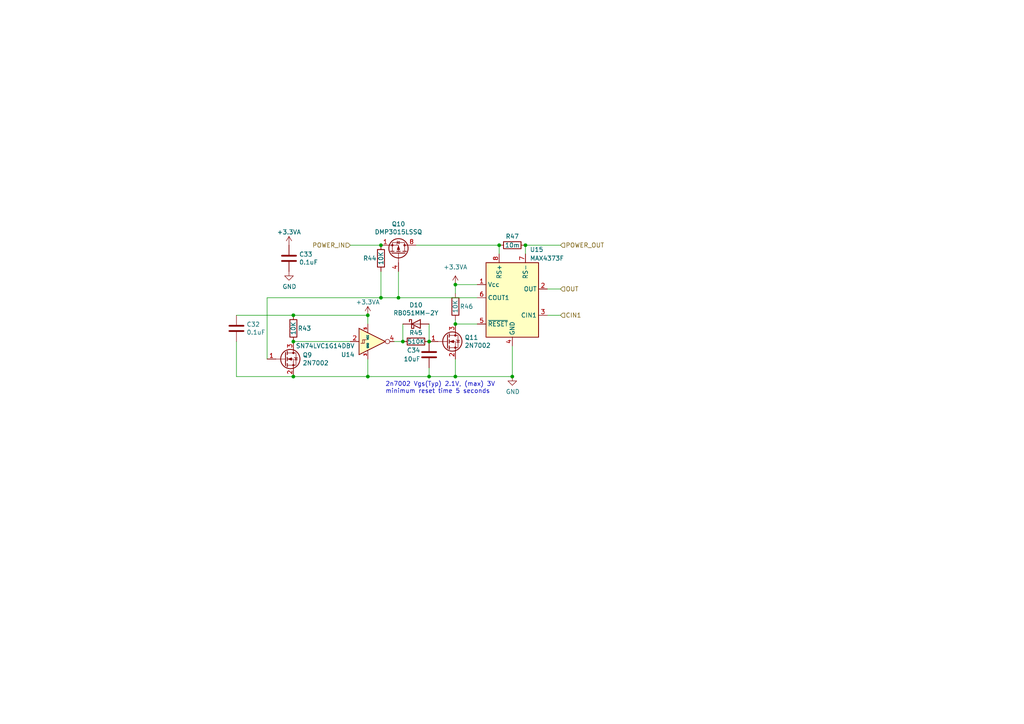
<source format=kicad_sch>
(kicad_sch (version 20211123) (generator eeschema)
  (paper "A4")
  (lib_symbols
    (symbol "74xGxx:SN74LVC1G14DBV"
      (property "Reference" "U" (at -2.54 5.08 0))
      (property "Value" "SN74LVC1G14DBV" (at 10.16 5.08 0))
      (symbol "SN74LVC1G14DBV_0_1"
        (polyline (pts (xy -1.016 0.508) (xy -0.508 0.508)))
        (polyline (pts (xy -2.54 3.81) (xy -2.54 -3.81) (xy 5.08 0) (xy -2.54 3.81)) (stroke (width 0.254)) (fill (type background)))
        (polyline (pts (xy -1.524 -0.508) (xy -1.524 0.508) (xy -1.016 0.508) (xy -1.016 -0.508) (xy -2.032 -0.508)))
        (circle (center 5.715 0) (radius 0.635))
      )
      (symbol "SN74LVC1G14DBV_1_1"
        (pin no_connect line (at 5.08 0 180) (length 2.54) hide (name "NC") (number "1"))
        (pin input line (at -5.08 0 0) (length 2.54) (name "~") (number "2"))
        (pin power_in line (at 0 -5.08 90) (length 2.54) (name "GND") (number "3"))
        (pin output line (at 7.62 0 180) (length 1.27) (name "~") (number "4"))
        (pin power_in line (at 0 5.08 270) (length 2.54) (name "VCC") (number "5"))
      )
    )
    (symbol "Device:C" (pin_numbers hide) (pin_names (offset 0.254))
      (property "Reference" "C" (at 0.635 2.54 0))
      (property "Value" "C" (at 0.635 -2.54 0))
      (symbol "C_0_1"
        (polyline (pts (xy -2.032 -0.762) (xy 2.032 -0.762)) (stroke (width 0.508)))
        (polyline (pts (xy -2.032 0.762) (xy 2.032 0.762)) (stroke (width 0.508)))
      )
      (symbol "C_1_1"
        (pin passive line (at 0 3.81 270) (length 2.794) (name "~") (number "1"))
        (pin passive line (at 0 -3.81 90) (length 2.794) (name "~") (number "2"))
      )
    )
    (symbol "Device:D_Schottky" (pin_numbers hide) (pin_names (offset 1.016) hide)
      (property "Reference" "D" (at 0 2.54 0))
      (property "Value" "D_Schottky" (at 0 -2.54 0))
      (symbol "D_Schottky_0_1"
        (polyline (pts (xy 1.27 0) (xy -1.27 0)))
        (polyline (pts (xy 1.27 1.27) (xy 1.27 -1.27) (xy -1.27 0) (xy 1.27 1.27)) (stroke (width 0.254)))
        (polyline (pts (xy -1.905 0.635) (xy -1.905 1.27) (xy -1.27 1.27) (xy -1.27 -1.27) (xy -0.635 -1.27) (xy -0.635 -0.635)) (stroke (width 0.254)))
      )
      (symbol "D_Schottky_1_1"
        (pin passive line (at -3.81 0 0) (length 2.54) (name "K") (number "1"))
        (pin passive line (at 3.81 0 180) (length 2.54) (name "A") (number "2"))
      )
    )
    (symbol "Device:R" (pin_numbers hide) (pin_names (offset 0))
      (property "Reference" "R" (at 2.032 0 90))
      (property "Value" "R" (at 0 0 90))
      (symbol "R_0_1"
        (rectangle (start -1.016 -2.54) (end 1.016 2.54) (stroke (width 0.254)))
      )
      (symbol "R_1_1"
        (pin passive line (at 0 3.81 270) (length 1.27) (name "~") (number "1"))
        (pin passive line (at 0 -3.81 90) (length 1.27) (name "~") (number "2"))
      )
    )
    (symbol "Transistor_FET:2N7002" (pin_names hide)
      (property "Reference" "Q" (at 5.08 1.905 0))
      (property "Value" "2N7002" (at 5.08 0 0))
      (symbol "2N7002_0_1"
        (polyline (pts (xy 0.254 0) (xy -2.54 0)))
        (polyline (pts (xy 0.254 1.905) (xy 0.254 -1.905)) (stroke (width 0.254)))
        (polyline (pts (xy 0.762 -1.27) (xy 0.762 -2.286)) (stroke (width 0.254)))
        (polyline (pts (xy 0.762 0.508) (xy 0.762 -0.508)) (stroke (width 0.254)))
        (polyline (pts (xy 0.762 2.286) (xy 0.762 1.27)) (stroke (width 0.254)))
        (polyline (pts (xy 2.54 2.54) (xy 2.54 1.778)))
        (polyline (pts (xy 2.54 -2.54) (xy 2.54 0) (xy 0.762 0)))
        (polyline (pts (xy 0.762 -1.778) (xy 3.302 -1.778) (xy 3.302 1.778) (xy 0.762 1.778)))
        (polyline (pts (xy 1.016 0) (xy 2.032 0.381) (xy 2.032 -0.381) (xy 1.016 0)) (fill (type outline)))
        (polyline (pts (xy 2.794 0.508) (xy 2.921 0.381) (xy 3.683 0.381) (xy 3.81 0.254)))
        (polyline (pts (xy 3.302 0.381) (xy 2.921 -0.254) (xy 3.683 -0.254) (xy 3.302 0.381)))
        (circle (center 1.651 0) (radius 2.794) (stroke (width 0.254)))
        (circle (center 2.54 -1.778) (radius 0.254) (fill (type outline)))
        (circle (center 2.54 1.778) (radius 0.254) (fill (type outline)))
      )
      (symbol "2N7002_1_1"
        (pin input line (at -5.08 0 0) (length 2.54) (name "G") (number "1"))
        (pin passive line (at 2.54 -5.08 90) (length 2.54) (name "S") (number "2"))
        (pin passive line (at 2.54 5.08 270) (length 2.54) (name "D") (number "3"))
      )
    )
    (symbol "Transistor_FET:IRF7404" (pin_names hide)
      (property "Reference" "Q" (at 5.08 1.905 0))
      (property "Value" "IRF7404" (at 5.08 0 0))
      (symbol "IRF7404_0_1"
        (polyline (pts (xy 0.254 0) (xy -2.54 0)))
        (polyline (pts (xy 0.254 1.905) (xy 0.254 -1.905)) (stroke (width 0.254)))
        (polyline (pts (xy 0.762 -1.27) (xy 0.762 -2.286)) (stroke (width 0.254)))
        (polyline (pts (xy 0.762 0.508) (xy 0.762 -0.508)) (stroke (width 0.254)))
        (polyline (pts (xy 0.762 2.286) (xy 0.762 1.27)) (stroke (width 0.254)))
        (polyline (pts (xy 2.54 2.54) (xy 2.54 1.778)))
        (polyline (pts (xy 2.54 -2.54) (xy 2.54 0) (xy 0.762 0)))
        (polyline (pts (xy 0.762 1.778) (xy 3.302 1.778) (xy 3.302 -1.778) (xy 0.762 -1.778)))
        (polyline (pts (xy 2.286 0) (xy 1.27 0.381) (xy 1.27 -0.381) (xy 2.286 0)) (fill (type outline)))
        (polyline (pts (xy 2.794 -0.508) (xy 2.921 -0.381) (xy 3.683 -0.381) (xy 3.81 -0.254)))
        (polyline (pts (xy 3.302 -0.381) (xy 2.921 0.254) (xy 3.683 0.254) (xy 3.302 -0.381)))
        (circle (center 1.651 0) (radius 2.794) (stroke (width 0.254)))
        (circle (center 2.54 -1.778) (radius 0.254) (fill (type outline)))
        (circle (center 2.54 1.778) (radius 0.254) (fill (type outline)))
      )
      (symbol "IRF7404_1_1"
        (pin passive line (at 2.54 -5.08 90) (length 2.54) (name "S") (number "1"))
        (pin passive line (at 2.54 -5.08 90) (length 2.54) hide (name "S") (number "2"))
        (pin passive line (at 2.54 -5.08 90) (length 2.54) hide (name "S") (number "3"))
        (pin passive line (at -5.08 0 0) (length 2.54) (name "G") (number "4"))
        (pin passive line (at 2.54 5.08 270) (length 2.54) hide (name "D") (number "5"))
        (pin passive line (at 2.54 5.08 270) (length 2.54) hide (name "D") (number "6"))
        (pin passive line (at 2.54 5.08 270) (length 2.54) hide (name "D") (number "7"))
        (pin passive line (at 2.54 5.08 270) (length 2.54) (name "D") (number "8"))
      )
    )
    (symbol "piridium-bus:MAX4373F"
      (property "Reference" "U" (at 5.08 3.81 0))
      (property "Value" "MAX4373F" (at 5.08 1.27 0))
      (symbol "MAX4373F_0_1"
        (rectangle (start -7.62 0) (end 7.62 -21.59) (stroke (width 0.254)) (fill (type background)))
      )
      (symbol "MAX4373F_1_1"
        (pin input line (at -10.16 -6.35 0) (length 2.54) (name "Vcc") (number "1"))
        (pin input line (at 10.16 -7.62 180) (length 2.54) (name "OUT") (number "2"))
        (pin input line (at 10.16 -15.24 180) (length 2.54) (name "CIN1") (number "3"))
        (pin input line (at 0 -24.13 90) (length 2.54) (name "GND") (number "4"))
        (pin input line (at -10.16 -17.78 0) (length 2.54) (name "~{RESET}") (number "5"))
        (pin input line (at -10.16 -10.16 0) (length 2.54) (name "COUT1") (number "6"))
        (pin input line (at 3.81 2.54 270) (length 2.54) (name "RS-") (number "7"))
        (pin input line (at -3.81 2.54 270) (length 2.54) (name "RS+") (number "8"))
      )
    )
    (symbol "power:+3.3VA" (power) (pin_names (offset 0))
      (property "Value" "+3.3VA" (at 0 3.556 0))
      (symbol "+3.3VA_0_1"
        (polyline (pts (xy -0.762 1.27) (xy 0 2.54)))
        (polyline (pts (xy 0 0) (xy 0 2.54)))
        (polyline (pts (xy 0 2.54) (xy 0.762 1.27)))
      )
      (symbol "+3.3VA_1_1"
        (pin power_in line (at 0 0 90) (length 0) hide (name "+3.3VA") (number "1"))
      )
    )
    (symbol "power:GND" (power) (pin_names (offset 0))
      (property "Value" "GND" (at 0 -3.81 0))
      (symbol "GND_0_1"
        (polyline (pts (xy 0 0) (xy 0 -1.27) (xy 1.27 -1.27) (xy 0 -2.54) (xy -1.27 -1.27) (xy 0 -1.27)))
      )
      (symbol "GND_1_1"
        (pin power_in line (at 0 0 270) (length 0) hide (name "GND") (number "1"))
      )
    )
  )
  (junction (at 106.68 109.22))
  (junction (at 144.78 71.12))
  (junction (at 110.49 86.36))
  (junction (at 152.4 71.12))
  (junction (at 132.08 93.98))
  (junction (at 106.68 91.44))
  (junction (at 85.09 91.44))
  (junction (at 132.08 82.55))
  (junction (at 85.09 109.22))
  (junction (at 132.08 109.22))
  (junction (at 110.49 71.12))
  (junction (at 124.46 99.06))
  (junction (at 148.59 109.22))
  (junction (at 124.46 109.22))
  (junction (at 85.09 99.06))
  (junction (at 116.84 99.06))
  (junction (at 115.57 86.36))
  (wire (pts (xy 85.09 91.44) (xy 106.68 91.44)))
  (wire (pts (xy 124.46 93.98) (xy 124.46 99.06)))
  (wire (pts (xy 68.58 109.22) (xy 85.09 109.22)))
  (wire (pts (xy 152.4 73.66) (xy 152.4 71.12)))
  (wire (pts (xy 152.4 71.12) (xy 162.56 71.12)))
  (wire (pts (xy 106.68 109.22) (xy 124.46 109.22)))
  (wire (pts (xy 85.09 109.22) (xy 106.68 109.22)))
  (wire (pts (xy 106.68 91.44) (xy 106.68 93.98)))
  (wire (pts (xy 110.49 86.36) (xy 110.49 78.74)))
  (wire (pts (xy 132.08 104.14) (xy 132.08 109.22)))
  (wire (pts (xy 132.08 109.22) (xy 148.59 109.22)))
  (wire (pts (xy 120.65 71.12) (xy 144.78 71.12)))
  (wire (pts (xy 138.43 82.55) (xy 132.08 82.55)))
  (wire (pts (xy 115.57 86.36) (xy 138.43 86.36)))
  (wire (pts (xy 77.47 104.14) (xy 77.47 86.36)))
  (wire (pts (xy 148.59 100.33) (xy 148.59 109.22)))
  (wire (pts (xy 115.57 86.36) (xy 115.57 78.74)))
  (wire (pts (xy 114.3 99.06) (xy 116.84 99.06)))
  (wire (pts (xy 110.49 86.36) (xy 115.57 86.36)))
  (wire (pts (xy 138.43 93.98) (xy 132.08 93.98)))
  (wire (pts (xy 124.46 109.22) (xy 132.08 109.22)))
  (wire (pts (xy 106.68 109.22) (xy 106.68 104.14)))
  (wire (pts (xy 124.46 109.22) (xy 124.46 106.68)))
  (wire (pts (xy 158.75 91.44) (xy 162.56 91.44)))
  (wire (pts (xy 132.08 93.98) (xy 132.08 92.71)))
  (wire (pts (xy 116.84 93.98) (xy 116.84 99.06)))
  (wire (pts (xy 77.47 86.36) (xy 110.49 86.36)))
  (wire (pts (xy 144.78 73.66) (xy 144.78 71.12)))
  (wire (pts (xy 85.09 99.06) (xy 101.6 99.06)))
  (wire (pts (xy 158.75 83.82) (xy 162.56 83.82)))
  (wire (pts (xy 132.08 82.55) (xy 132.08 85.09)))
  (wire (pts (xy 68.58 91.44) (xy 85.09 91.44)))
  (wire (pts (xy 68.58 99.06) (xy 68.58 109.22)))
  (wire (pts (xy 101.6 71.12) (xy 110.49 71.12)))
  (text "2n7002 Vgs(Typ) 2.1V, (max) 3V\nminimum reset time 5 seconds" (at 111.76 114.3 0) (effects (font (size 1.27 1.27)) (justify left bottom)))
  (hierarchical_label "OUT" (shape input) (at 162.56 83.82 0))
  (hierarchical_label "POWER_OUT" (shape input) (at 162.56 71.12 0))
  (hierarchical_label "POWER_IN" (shape input) (at 101.6 71.12 180))
  (hierarchical_label "CIN1" (shape input) (at 162.56 91.44 0))
  (symbol (lib_id "Transistor_FET:IRF7404") (at 115.57 73.66 270) (mirror x) (unit 1)
    (property "Reference" "Q10" (at 115.57 64.9732 90))
    (property "Value" "DMP3015LSSQ" (at 115.57 67.2846 90))
    (property "Footprint" "Package_SO:SOIC-8_3.9x4.9mm_P1.27mm" (effects hide))
    (property "Datasheet" "http://www.infineon.com/dgdl/irf7404.pdf?fileId=5546d462533600a4015355fa2b5b1b9e" (effects hide))
  )
  (symbol (lib_id "power:GND") (at 148.59 109.22 0) (unit 1)
    (property "Reference" "#PWR070" (effects hide))
    (property "Value" "GND" (at 148.717 113.6142 0))
  )
  (symbol (lib_id "Device:D_Schottky") (at 120.65 93.98 0) (unit 1)
    (property "Reference" "D10" (at 120.65 88.4682 0))
    (property "Value" "RB051MM-2Y" (at 120.65 90.7796 0))
    (property "Footprint" "Diode_SMD:D_SOD-123F" (effects hide))
  )
  (symbol (lib_id "power:+3.3VA") (at 132.08 82.55 0) (unit 1)
    (property "Reference" "#PWR069" (effects hide))
    (property "Value" "+3.3VA" (at 132.08 77.47 0))
  )
  (symbol (lib_id "Device:R") (at 85.09 95.25 0) (unit 1)
    (property "Reference" "R43" (at 86.36 95.25 0) (effects (justify left)))
    (property "Value" "10K" (at 85.09 95.25 90))
    (property "Footprint" "Resistor_SMD:R_0805_2012Metric" (effects hide))
  )
  (symbol (lib_id "Device:R") (at 110.49 74.93 0) (mirror y) (unit 1)
    (property "Reference" "R44" (at 109.22 74.93 0) (effects (justify left)))
    (property "Value" "10K" (at 110.49 74.93 90))
    (property "Footprint" "Resistor_SMD:R_0805_2012Metric" (effects hide))
  )
  (symbol (lib_id "74xGxx:SN74LVC1G14DBV") (at 106.68 99.06 0) (unit 1)
    (property "Reference" "U14" (at 102.87 102.87 0) (effects (justify right)))
    (property "Value" "SN74LVC1G14DBV" (at 102.87 100.33 0) (effects (justify right)))
    (property "Footprint" "Package_TO_SOT_SMD:SOT-23-5" (effects hide))
    (property "Datasheet" "http://www.ti.com/lit/ds/symlink/sn74lvc1g14.pdf" (effects hide))
  )
  (symbol (lib_id "Device:R") (at 148.59 71.12 270) (unit 1)
    (property "Reference" "R47" (at 148.59 68.58 90))
    (property "Value" "10m" (at 148.59 71.12 90))
    (property "Footprint" "Resistor_SMD:R_1206_3216Metric" (effects hide))
  )
  (symbol (lib_id "Device:C") (at 83.82 74.93 0) (unit 1)
    (property "Reference" "C33" (at 86.741 73.7616 0) (effects (justify left)))
    (property "Value" "0.1uF" (at 86.741 76.073 0) (effects (justify left)))
    (property "Footprint" "Capacitor_SMD:C_0805_2012Metric" (effects hide))
  )
  (symbol (lib_id "Transistor_FET:2N7002") (at 82.55 104.14 0) (unit 1)
    (property "Reference" "Q9" (at 87.757 102.9716 0) (effects (justify left)))
    (property "Value" "2N7002" (at 87.757 105.283 0) (effects (justify left)))
    (property "Footprint" "Package_TO_SOT_SMD:SOT-23" (effects hide))
    (property "Datasheet" "https://www.onsemi.com/pub/Collateral/NDS7002A-D.PDF" (effects hide))
  )
  (symbol (lib_id "Device:R") (at 132.08 88.9 0) (unit 1)
    (property "Reference" "R46" (at 133.35 88.9 0) (effects (justify left)))
    (property "Value" "10K" (at 132.08 88.9 90))
    (property "Footprint" "Resistor_SMD:R_0805_2012Metric" (effects hide))
  )
  (symbol (lib_id "Device:C") (at 124.46 102.87 0) (mirror y) (unit 1)
    (property "Reference" "C34" (at 121.92 101.6 0) (effects (justify left)))
    (property "Value" "10uF" (at 121.92 104.14 0) (effects (justify left)))
    (property "Footprint" "Capacitor_SMD:C_0805_2012Metric" (effects hide))
  )
  (symbol (lib_id "power:GND") (at 83.82 78.74 0) (unit 1)
    (property "Reference" "#PWR067" (effects hide))
    (property "Value" "GND" (at 83.947 83.1342 0))
  )
  (symbol (lib_id "Transistor_FET:2N7002") (at 129.54 99.06 0) (unit 1)
    (property "Reference" "Q11" (at 134.747 97.8916 0) (effects (justify left)))
    (property "Value" "2N7002" (at 134.747 100.203 0) (effects (justify left)))
    (property "Footprint" "Package_TO_SOT_SMD:SOT-23" (effects hide))
    (property "Datasheet" "https://www.onsemi.com/pub/Collateral/NDS7002A-D.PDF" (effects hide))
  )
  (symbol (lib_id "power:+3.3VA") (at 83.82 71.12 0) (unit 1)
    (property "Reference" "#PWR066" (effects hide))
    (property "Value" "+3.3VA" (at 83.82 67.31 0))
  )
  (symbol (lib_id "Device:R") (at 120.65 99.06 90) (unit 1)
    (property "Reference" "R45" (at 120.65 96.52 90))
    (property "Value" "510K" (at 120.65 99.06 90))
    (property "Footprint" "Resistor_SMD:R_0805_2012Metric" (effects hide))
  )
  (symbol (lib_id "Device:C") (at 68.58 95.25 0) (unit 1)
    (property "Reference" "C32" (at 71.501 94.0816 0) (effects (justify left)))
    (property "Value" "0.1uF" (at 71.501 96.393 0) (effects (justify left)))
    (property "Footprint" "Capacitor_SMD:C_0805_2012Metric" (effects hide))
  )
  (symbol (lib_id "piridium-bus:MAX4373F") (at 148.59 76.2 0) (unit 1)
    (property "Reference" "U15" (at 153.67 72.39 0) (effects (justify left)))
    (property "Value" "MAX4373F" (at 153.67 74.93 0) (effects (justify left)))
    (property "Footprint" "Package_SO:SO-8_3.9x4.9mm_P1.27mm" (effects hide))
  )
  (symbol (lib_id "power:+3.3VA") (at 106.68 91.44 0) (unit 1)
    (property "Reference" "#PWR068" (effects hide))
    (property "Value" "+3.3VA" (at 106.68 87.63 0))
  )
)
</source>
